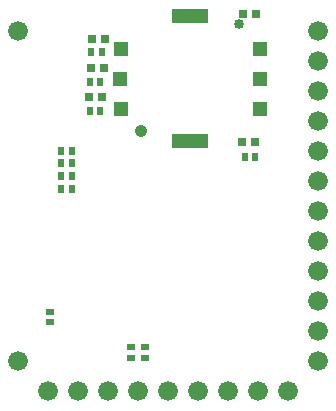
<source format=gbr>
G04 #@! TF.FileFunction,Soldermask,Bot*
%FSLAX46Y46*%
G04 Gerber Fmt 4.6, Leading zero omitted, Abs format (unit mm)*
G04 Created by KiCad (PCBNEW 4.0.6) date 01/21/18 22:34:32*
%MOMM*%
%LPD*%
G01*
G04 APERTURE LIST*
%ADD10C,0.100000*%
%ADD11C,1.676400*%
%ADD12R,0.752400X0.652400*%
%ADD13C,0.852400*%
%ADD14R,1.252400X1.152400*%
%ADD15R,3.152400X1.152400*%
%ADD16C,1.052400*%
%ADD17R,0.552400X0.752400*%
%ADD18R,0.752400X0.552400*%
G04 APERTURE END LIST*
D10*
D11*
X157480000Y-116840000D03*
X157480000Y-114300000D03*
X157480000Y-111760000D03*
X157480000Y-109220000D03*
X157480000Y-106680000D03*
X132080000Y-116840000D03*
X134620000Y-119380000D03*
X137160000Y-119380000D03*
X139700000Y-119380000D03*
X142240000Y-119380000D03*
X144780000Y-119380000D03*
X147320000Y-119380000D03*
X149860000Y-119380000D03*
X152400000Y-119380000D03*
X154940000Y-119380000D03*
X157480000Y-88900000D03*
X132080000Y-88900000D03*
X157480000Y-104140000D03*
X157480000Y-101600000D03*
X157480000Y-99060000D03*
X157480000Y-96520000D03*
X157480000Y-93980000D03*
X157480000Y-91440000D03*
D12*
X152180380Y-98252280D03*
X151080380Y-98252280D03*
D13*
X150825200Y-88313200D03*
D14*
X140775200Y-90373200D03*
X140725200Y-92913200D03*
X140775200Y-95453200D03*
X152575200Y-95453200D03*
X152575200Y-92913200D03*
X152575200Y-90373200D03*
D15*
X146675200Y-87613200D03*
X146675200Y-98213200D03*
D16*
X142525200Y-97313200D03*
D12*
X151145240Y-87421720D03*
X152245240Y-87421720D03*
X138388000Y-89535000D03*
X139488000Y-89535000D03*
X138134000Y-94488000D03*
X139234000Y-94488000D03*
X138261000Y-92011500D03*
X139361000Y-92011500D03*
D17*
X139070500Y-93154500D03*
X138170500Y-93154500D03*
X139070500Y-95631000D03*
X138170500Y-95631000D03*
X151271820Y-99514660D03*
X152171820Y-99514660D03*
X139197500Y-90678000D03*
X138297500Y-90678000D03*
X135757500Y-98996500D03*
X136657500Y-98996500D03*
X135757500Y-101155500D03*
X136657500Y-101155500D03*
X135757500Y-102235000D03*
X136657500Y-102235000D03*
X135757500Y-100076000D03*
X136657500Y-100076000D03*
D18*
X134823200Y-112630800D03*
X134823200Y-113530800D03*
X142849600Y-116566100D03*
X142849600Y-115666100D03*
X141643100Y-116571600D03*
X141643100Y-115671600D03*
M02*

</source>
